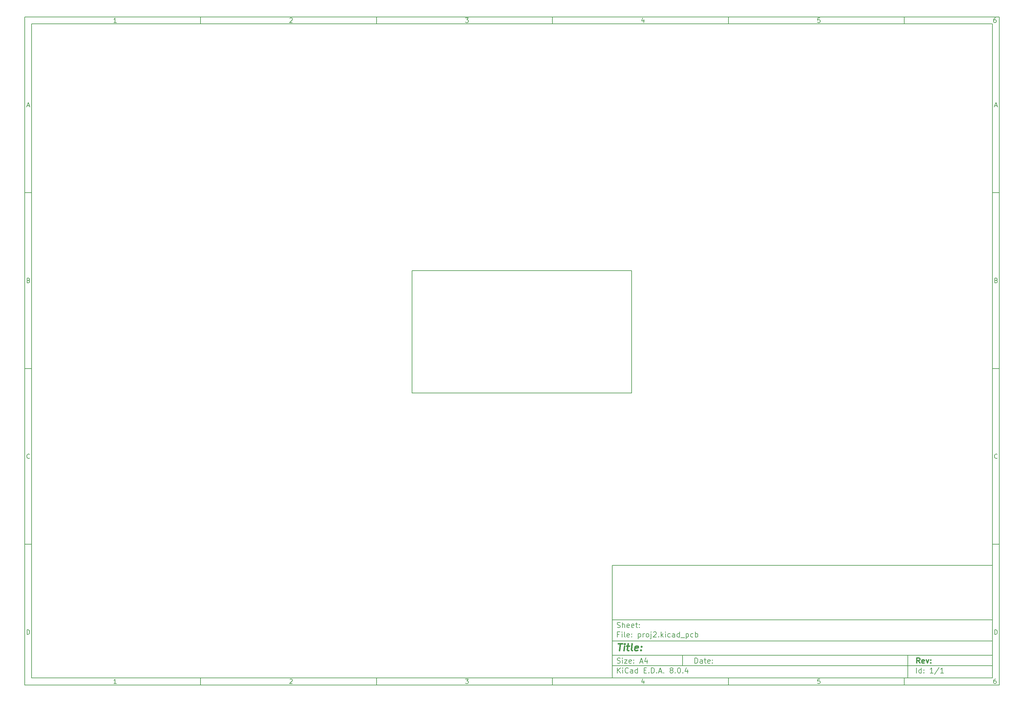
<source format=gbr>
%TF.GenerationSoftware,KiCad,Pcbnew,8.0.4*%
%TF.CreationDate,2024-08-22T11:34:41-04:00*%
%TF.ProjectId,proj2,70726f6a-322e-46b6-9963-61645f706362,rev?*%
%TF.SameCoordinates,Original*%
%TF.FileFunction,Profile,NP*%
%FSLAX46Y46*%
G04 Gerber Fmt 4.6, Leading zero omitted, Abs format (unit mm)*
G04 Created by KiCad (PCBNEW 8.0.4) date 2024-08-22 11:34:41*
%MOMM*%
%LPD*%
G01*
G04 APERTURE LIST*
%ADD10C,0.100000*%
%ADD11C,0.150000*%
%ADD12C,0.300000*%
%ADD13C,0.400000*%
%TA.AperFunction,Profile*%
%ADD14C,0.200000*%
%TD*%
G04 APERTURE END LIST*
D10*
D11*
X177002200Y-166007200D02*
X285002200Y-166007200D01*
X285002200Y-198007200D01*
X177002200Y-198007200D01*
X177002200Y-166007200D01*
D10*
D11*
X10000000Y-10000000D02*
X287002200Y-10000000D01*
X287002200Y-200007200D01*
X10000000Y-200007200D01*
X10000000Y-10000000D01*
D10*
D11*
X12000000Y-12000000D02*
X285002200Y-12000000D01*
X285002200Y-198007200D01*
X12000000Y-198007200D01*
X12000000Y-12000000D01*
D10*
D11*
X60000000Y-12000000D02*
X60000000Y-10000000D01*
D10*
D11*
X110000000Y-12000000D02*
X110000000Y-10000000D01*
D10*
D11*
X160000000Y-12000000D02*
X160000000Y-10000000D01*
D10*
D11*
X210000000Y-12000000D02*
X210000000Y-10000000D01*
D10*
D11*
X260000000Y-12000000D02*
X260000000Y-10000000D01*
D10*
D11*
X36089160Y-11593604D02*
X35346303Y-11593604D01*
X35717731Y-11593604D02*
X35717731Y-10293604D01*
X35717731Y-10293604D02*
X35593922Y-10479319D01*
X35593922Y-10479319D02*
X35470112Y-10603128D01*
X35470112Y-10603128D02*
X35346303Y-10665033D01*
D10*
D11*
X85346303Y-10417414D02*
X85408207Y-10355509D01*
X85408207Y-10355509D02*
X85532017Y-10293604D01*
X85532017Y-10293604D02*
X85841541Y-10293604D01*
X85841541Y-10293604D02*
X85965350Y-10355509D01*
X85965350Y-10355509D02*
X86027255Y-10417414D01*
X86027255Y-10417414D02*
X86089160Y-10541223D01*
X86089160Y-10541223D02*
X86089160Y-10665033D01*
X86089160Y-10665033D02*
X86027255Y-10850747D01*
X86027255Y-10850747D02*
X85284398Y-11593604D01*
X85284398Y-11593604D02*
X86089160Y-11593604D01*
D10*
D11*
X135284398Y-10293604D02*
X136089160Y-10293604D01*
X136089160Y-10293604D02*
X135655826Y-10788842D01*
X135655826Y-10788842D02*
X135841541Y-10788842D01*
X135841541Y-10788842D02*
X135965350Y-10850747D01*
X135965350Y-10850747D02*
X136027255Y-10912652D01*
X136027255Y-10912652D02*
X136089160Y-11036461D01*
X136089160Y-11036461D02*
X136089160Y-11345985D01*
X136089160Y-11345985D02*
X136027255Y-11469795D01*
X136027255Y-11469795D02*
X135965350Y-11531700D01*
X135965350Y-11531700D02*
X135841541Y-11593604D01*
X135841541Y-11593604D02*
X135470112Y-11593604D01*
X135470112Y-11593604D02*
X135346303Y-11531700D01*
X135346303Y-11531700D02*
X135284398Y-11469795D01*
D10*
D11*
X185965350Y-10726938D02*
X185965350Y-11593604D01*
X185655826Y-10231700D02*
X185346303Y-11160271D01*
X185346303Y-11160271D02*
X186151064Y-11160271D01*
D10*
D11*
X236027255Y-10293604D02*
X235408207Y-10293604D01*
X235408207Y-10293604D02*
X235346303Y-10912652D01*
X235346303Y-10912652D02*
X235408207Y-10850747D01*
X235408207Y-10850747D02*
X235532017Y-10788842D01*
X235532017Y-10788842D02*
X235841541Y-10788842D01*
X235841541Y-10788842D02*
X235965350Y-10850747D01*
X235965350Y-10850747D02*
X236027255Y-10912652D01*
X236027255Y-10912652D02*
X236089160Y-11036461D01*
X236089160Y-11036461D02*
X236089160Y-11345985D01*
X236089160Y-11345985D02*
X236027255Y-11469795D01*
X236027255Y-11469795D02*
X235965350Y-11531700D01*
X235965350Y-11531700D02*
X235841541Y-11593604D01*
X235841541Y-11593604D02*
X235532017Y-11593604D01*
X235532017Y-11593604D02*
X235408207Y-11531700D01*
X235408207Y-11531700D02*
X235346303Y-11469795D01*
D10*
D11*
X285965350Y-10293604D02*
X285717731Y-10293604D01*
X285717731Y-10293604D02*
X285593922Y-10355509D01*
X285593922Y-10355509D02*
X285532017Y-10417414D01*
X285532017Y-10417414D02*
X285408207Y-10603128D01*
X285408207Y-10603128D02*
X285346303Y-10850747D01*
X285346303Y-10850747D02*
X285346303Y-11345985D01*
X285346303Y-11345985D02*
X285408207Y-11469795D01*
X285408207Y-11469795D02*
X285470112Y-11531700D01*
X285470112Y-11531700D02*
X285593922Y-11593604D01*
X285593922Y-11593604D02*
X285841541Y-11593604D01*
X285841541Y-11593604D02*
X285965350Y-11531700D01*
X285965350Y-11531700D02*
X286027255Y-11469795D01*
X286027255Y-11469795D02*
X286089160Y-11345985D01*
X286089160Y-11345985D02*
X286089160Y-11036461D01*
X286089160Y-11036461D02*
X286027255Y-10912652D01*
X286027255Y-10912652D02*
X285965350Y-10850747D01*
X285965350Y-10850747D02*
X285841541Y-10788842D01*
X285841541Y-10788842D02*
X285593922Y-10788842D01*
X285593922Y-10788842D02*
X285470112Y-10850747D01*
X285470112Y-10850747D02*
X285408207Y-10912652D01*
X285408207Y-10912652D02*
X285346303Y-11036461D01*
D10*
D11*
X60000000Y-198007200D02*
X60000000Y-200007200D01*
D10*
D11*
X110000000Y-198007200D02*
X110000000Y-200007200D01*
D10*
D11*
X160000000Y-198007200D02*
X160000000Y-200007200D01*
D10*
D11*
X210000000Y-198007200D02*
X210000000Y-200007200D01*
D10*
D11*
X260000000Y-198007200D02*
X260000000Y-200007200D01*
D10*
D11*
X36089160Y-199600804D02*
X35346303Y-199600804D01*
X35717731Y-199600804D02*
X35717731Y-198300804D01*
X35717731Y-198300804D02*
X35593922Y-198486519D01*
X35593922Y-198486519D02*
X35470112Y-198610328D01*
X35470112Y-198610328D02*
X35346303Y-198672233D01*
D10*
D11*
X85346303Y-198424614D02*
X85408207Y-198362709D01*
X85408207Y-198362709D02*
X85532017Y-198300804D01*
X85532017Y-198300804D02*
X85841541Y-198300804D01*
X85841541Y-198300804D02*
X85965350Y-198362709D01*
X85965350Y-198362709D02*
X86027255Y-198424614D01*
X86027255Y-198424614D02*
X86089160Y-198548423D01*
X86089160Y-198548423D02*
X86089160Y-198672233D01*
X86089160Y-198672233D02*
X86027255Y-198857947D01*
X86027255Y-198857947D02*
X85284398Y-199600804D01*
X85284398Y-199600804D02*
X86089160Y-199600804D01*
D10*
D11*
X135284398Y-198300804D02*
X136089160Y-198300804D01*
X136089160Y-198300804D02*
X135655826Y-198796042D01*
X135655826Y-198796042D02*
X135841541Y-198796042D01*
X135841541Y-198796042D02*
X135965350Y-198857947D01*
X135965350Y-198857947D02*
X136027255Y-198919852D01*
X136027255Y-198919852D02*
X136089160Y-199043661D01*
X136089160Y-199043661D02*
X136089160Y-199353185D01*
X136089160Y-199353185D02*
X136027255Y-199476995D01*
X136027255Y-199476995D02*
X135965350Y-199538900D01*
X135965350Y-199538900D02*
X135841541Y-199600804D01*
X135841541Y-199600804D02*
X135470112Y-199600804D01*
X135470112Y-199600804D02*
X135346303Y-199538900D01*
X135346303Y-199538900D02*
X135284398Y-199476995D01*
D10*
D11*
X185965350Y-198734138D02*
X185965350Y-199600804D01*
X185655826Y-198238900D02*
X185346303Y-199167471D01*
X185346303Y-199167471D02*
X186151064Y-199167471D01*
D10*
D11*
X236027255Y-198300804D02*
X235408207Y-198300804D01*
X235408207Y-198300804D02*
X235346303Y-198919852D01*
X235346303Y-198919852D02*
X235408207Y-198857947D01*
X235408207Y-198857947D02*
X235532017Y-198796042D01*
X235532017Y-198796042D02*
X235841541Y-198796042D01*
X235841541Y-198796042D02*
X235965350Y-198857947D01*
X235965350Y-198857947D02*
X236027255Y-198919852D01*
X236027255Y-198919852D02*
X236089160Y-199043661D01*
X236089160Y-199043661D02*
X236089160Y-199353185D01*
X236089160Y-199353185D02*
X236027255Y-199476995D01*
X236027255Y-199476995D02*
X235965350Y-199538900D01*
X235965350Y-199538900D02*
X235841541Y-199600804D01*
X235841541Y-199600804D02*
X235532017Y-199600804D01*
X235532017Y-199600804D02*
X235408207Y-199538900D01*
X235408207Y-199538900D02*
X235346303Y-199476995D01*
D10*
D11*
X285965350Y-198300804D02*
X285717731Y-198300804D01*
X285717731Y-198300804D02*
X285593922Y-198362709D01*
X285593922Y-198362709D02*
X285532017Y-198424614D01*
X285532017Y-198424614D02*
X285408207Y-198610328D01*
X285408207Y-198610328D02*
X285346303Y-198857947D01*
X285346303Y-198857947D02*
X285346303Y-199353185D01*
X285346303Y-199353185D02*
X285408207Y-199476995D01*
X285408207Y-199476995D02*
X285470112Y-199538900D01*
X285470112Y-199538900D02*
X285593922Y-199600804D01*
X285593922Y-199600804D02*
X285841541Y-199600804D01*
X285841541Y-199600804D02*
X285965350Y-199538900D01*
X285965350Y-199538900D02*
X286027255Y-199476995D01*
X286027255Y-199476995D02*
X286089160Y-199353185D01*
X286089160Y-199353185D02*
X286089160Y-199043661D01*
X286089160Y-199043661D02*
X286027255Y-198919852D01*
X286027255Y-198919852D02*
X285965350Y-198857947D01*
X285965350Y-198857947D02*
X285841541Y-198796042D01*
X285841541Y-198796042D02*
X285593922Y-198796042D01*
X285593922Y-198796042D02*
X285470112Y-198857947D01*
X285470112Y-198857947D02*
X285408207Y-198919852D01*
X285408207Y-198919852D02*
X285346303Y-199043661D01*
D10*
D11*
X10000000Y-60000000D02*
X12000000Y-60000000D01*
D10*
D11*
X10000000Y-110000000D02*
X12000000Y-110000000D01*
D10*
D11*
X10000000Y-160000000D02*
X12000000Y-160000000D01*
D10*
D11*
X10690476Y-35222176D02*
X11309523Y-35222176D01*
X10566666Y-35593604D02*
X10999999Y-34293604D01*
X10999999Y-34293604D02*
X11433333Y-35593604D01*
D10*
D11*
X11092857Y-84912652D02*
X11278571Y-84974557D01*
X11278571Y-84974557D02*
X11340476Y-85036461D01*
X11340476Y-85036461D02*
X11402380Y-85160271D01*
X11402380Y-85160271D02*
X11402380Y-85345985D01*
X11402380Y-85345985D02*
X11340476Y-85469795D01*
X11340476Y-85469795D02*
X11278571Y-85531700D01*
X11278571Y-85531700D02*
X11154761Y-85593604D01*
X11154761Y-85593604D02*
X10659523Y-85593604D01*
X10659523Y-85593604D02*
X10659523Y-84293604D01*
X10659523Y-84293604D02*
X11092857Y-84293604D01*
X11092857Y-84293604D02*
X11216666Y-84355509D01*
X11216666Y-84355509D02*
X11278571Y-84417414D01*
X11278571Y-84417414D02*
X11340476Y-84541223D01*
X11340476Y-84541223D02*
X11340476Y-84665033D01*
X11340476Y-84665033D02*
X11278571Y-84788842D01*
X11278571Y-84788842D02*
X11216666Y-84850747D01*
X11216666Y-84850747D02*
X11092857Y-84912652D01*
X11092857Y-84912652D02*
X10659523Y-84912652D01*
D10*
D11*
X11402380Y-135469795D02*
X11340476Y-135531700D01*
X11340476Y-135531700D02*
X11154761Y-135593604D01*
X11154761Y-135593604D02*
X11030952Y-135593604D01*
X11030952Y-135593604D02*
X10845238Y-135531700D01*
X10845238Y-135531700D02*
X10721428Y-135407890D01*
X10721428Y-135407890D02*
X10659523Y-135284080D01*
X10659523Y-135284080D02*
X10597619Y-135036461D01*
X10597619Y-135036461D02*
X10597619Y-134850747D01*
X10597619Y-134850747D02*
X10659523Y-134603128D01*
X10659523Y-134603128D02*
X10721428Y-134479319D01*
X10721428Y-134479319D02*
X10845238Y-134355509D01*
X10845238Y-134355509D02*
X11030952Y-134293604D01*
X11030952Y-134293604D02*
X11154761Y-134293604D01*
X11154761Y-134293604D02*
X11340476Y-134355509D01*
X11340476Y-134355509D02*
X11402380Y-134417414D01*
D10*
D11*
X10659523Y-185593604D02*
X10659523Y-184293604D01*
X10659523Y-184293604D02*
X10969047Y-184293604D01*
X10969047Y-184293604D02*
X11154761Y-184355509D01*
X11154761Y-184355509D02*
X11278571Y-184479319D01*
X11278571Y-184479319D02*
X11340476Y-184603128D01*
X11340476Y-184603128D02*
X11402380Y-184850747D01*
X11402380Y-184850747D02*
X11402380Y-185036461D01*
X11402380Y-185036461D02*
X11340476Y-185284080D01*
X11340476Y-185284080D02*
X11278571Y-185407890D01*
X11278571Y-185407890D02*
X11154761Y-185531700D01*
X11154761Y-185531700D02*
X10969047Y-185593604D01*
X10969047Y-185593604D02*
X10659523Y-185593604D01*
D10*
D11*
X287002200Y-60000000D02*
X285002200Y-60000000D01*
D10*
D11*
X287002200Y-110000000D02*
X285002200Y-110000000D01*
D10*
D11*
X287002200Y-160000000D02*
X285002200Y-160000000D01*
D10*
D11*
X285692676Y-35222176D02*
X286311723Y-35222176D01*
X285568866Y-35593604D02*
X286002199Y-34293604D01*
X286002199Y-34293604D02*
X286435533Y-35593604D01*
D10*
D11*
X286095057Y-84912652D02*
X286280771Y-84974557D01*
X286280771Y-84974557D02*
X286342676Y-85036461D01*
X286342676Y-85036461D02*
X286404580Y-85160271D01*
X286404580Y-85160271D02*
X286404580Y-85345985D01*
X286404580Y-85345985D02*
X286342676Y-85469795D01*
X286342676Y-85469795D02*
X286280771Y-85531700D01*
X286280771Y-85531700D02*
X286156961Y-85593604D01*
X286156961Y-85593604D02*
X285661723Y-85593604D01*
X285661723Y-85593604D02*
X285661723Y-84293604D01*
X285661723Y-84293604D02*
X286095057Y-84293604D01*
X286095057Y-84293604D02*
X286218866Y-84355509D01*
X286218866Y-84355509D02*
X286280771Y-84417414D01*
X286280771Y-84417414D02*
X286342676Y-84541223D01*
X286342676Y-84541223D02*
X286342676Y-84665033D01*
X286342676Y-84665033D02*
X286280771Y-84788842D01*
X286280771Y-84788842D02*
X286218866Y-84850747D01*
X286218866Y-84850747D02*
X286095057Y-84912652D01*
X286095057Y-84912652D02*
X285661723Y-84912652D01*
D10*
D11*
X286404580Y-135469795D02*
X286342676Y-135531700D01*
X286342676Y-135531700D02*
X286156961Y-135593604D01*
X286156961Y-135593604D02*
X286033152Y-135593604D01*
X286033152Y-135593604D02*
X285847438Y-135531700D01*
X285847438Y-135531700D02*
X285723628Y-135407890D01*
X285723628Y-135407890D02*
X285661723Y-135284080D01*
X285661723Y-135284080D02*
X285599819Y-135036461D01*
X285599819Y-135036461D02*
X285599819Y-134850747D01*
X285599819Y-134850747D02*
X285661723Y-134603128D01*
X285661723Y-134603128D02*
X285723628Y-134479319D01*
X285723628Y-134479319D02*
X285847438Y-134355509D01*
X285847438Y-134355509D02*
X286033152Y-134293604D01*
X286033152Y-134293604D02*
X286156961Y-134293604D01*
X286156961Y-134293604D02*
X286342676Y-134355509D01*
X286342676Y-134355509D02*
X286404580Y-134417414D01*
D10*
D11*
X285661723Y-185593604D02*
X285661723Y-184293604D01*
X285661723Y-184293604D02*
X285971247Y-184293604D01*
X285971247Y-184293604D02*
X286156961Y-184355509D01*
X286156961Y-184355509D02*
X286280771Y-184479319D01*
X286280771Y-184479319D02*
X286342676Y-184603128D01*
X286342676Y-184603128D02*
X286404580Y-184850747D01*
X286404580Y-184850747D02*
X286404580Y-185036461D01*
X286404580Y-185036461D02*
X286342676Y-185284080D01*
X286342676Y-185284080D02*
X286280771Y-185407890D01*
X286280771Y-185407890D02*
X286156961Y-185531700D01*
X286156961Y-185531700D02*
X285971247Y-185593604D01*
X285971247Y-185593604D02*
X285661723Y-185593604D01*
D10*
D11*
X200458026Y-193793328D02*
X200458026Y-192293328D01*
X200458026Y-192293328D02*
X200815169Y-192293328D01*
X200815169Y-192293328D02*
X201029455Y-192364757D01*
X201029455Y-192364757D02*
X201172312Y-192507614D01*
X201172312Y-192507614D02*
X201243741Y-192650471D01*
X201243741Y-192650471D02*
X201315169Y-192936185D01*
X201315169Y-192936185D02*
X201315169Y-193150471D01*
X201315169Y-193150471D02*
X201243741Y-193436185D01*
X201243741Y-193436185D02*
X201172312Y-193579042D01*
X201172312Y-193579042D02*
X201029455Y-193721900D01*
X201029455Y-193721900D02*
X200815169Y-193793328D01*
X200815169Y-193793328D02*
X200458026Y-193793328D01*
X202600884Y-193793328D02*
X202600884Y-193007614D01*
X202600884Y-193007614D02*
X202529455Y-192864757D01*
X202529455Y-192864757D02*
X202386598Y-192793328D01*
X202386598Y-192793328D02*
X202100884Y-192793328D01*
X202100884Y-192793328D02*
X201958026Y-192864757D01*
X202600884Y-193721900D02*
X202458026Y-193793328D01*
X202458026Y-193793328D02*
X202100884Y-193793328D01*
X202100884Y-193793328D02*
X201958026Y-193721900D01*
X201958026Y-193721900D02*
X201886598Y-193579042D01*
X201886598Y-193579042D02*
X201886598Y-193436185D01*
X201886598Y-193436185D02*
X201958026Y-193293328D01*
X201958026Y-193293328D02*
X202100884Y-193221900D01*
X202100884Y-193221900D02*
X202458026Y-193221900D01*
X202458026Y-193221900D02*
X202600884Y-193150471D01*
X203100884Y-192793328D02*
X203672312Y-192793328D01*
X203315169Y-192293328D02*
X203315169Y-193579042D01*
X203315169Y-193579042D02*
X203386598Y-193721900D01*
X203386598Y-193721900D02*
X203529455Y-193793328D01*
X203529455Y-193793328D02*
X203672312Y-193793328D01*
X204743741Y-193721900D02*
X204600884Y-193793328D01*
X204600884Y-193793328D02*
X204315170Y-193793328D01*
X204315170Y-193793328D02*
X204172312Y-193721900D01*
X204172312Y-193721900D02*
X204100884Y-193579042D01*
X204100884Y-193579042D02*
X204100884Y-193007614D01*
X204100884Y-193007614D02*
X204172312Y-192864757D01*
X204172312Y-192864757D02*
X204315170Y-192793328D01*
X204315170Y-192793328D02*
X204600884Y-192793328D01*
X204600884Y-192793328D02*
X204743741Y-192864757D01*
X204743741Y-192864757D02*
X204815170Y-193007614D01*
X204815170Y-193007614D02*
X204815170Y-193150471D01*
X204815170Y-193150471D02*
X204100884Y-193293328D01*
X205458026Y-193650471D02*
X205529455Y-193721900D01*
X205529455Y-193721900D02*
X205458026Y-193793328D01*
X205458026Y-193793328D02*
X205386598Y-193721900D01*
X205386598Y-193721900D02*
X205458026Y-193650471D01*
X205458026Y-193650471D02*
X205458026Y-193793328D01*
X205458026Y-192864757D02*
X205529455Y-192936185D01*
X205529455Y-192936185D02*
X205458026Y-193007614D01*
X205458026Y-193007614D02*
X205386598Y-192936185D01*
X205386598Y-192936185D02*
X205458026Y-192864757D01*
X205458026Y-192864757D02*
X205458026Y-193007614D01*
D10*
D11*
X177002200Y-194507200D02*
X285002200Y-194507200D01*
D10*
D11*
X178458026Y-196593328D02*
X178458026Y-195093328D01*
X179315169Y-196593328D02*
X178672312Y-195736185D01*
X179315169Y-195093328D02*
X178458026Y-195950471D01*
X179958026Y-196593328D02*
X179958026Y-195593328D01*
X179958026Y-195093328D02*
X179886598Y-195164757D01*
X179886598Y-195164757D02*
X179958026Y-195236185D01*
X179958026Y-195236185D02*
X180029455Y-195164757D01*
X180029455Y-195164757D02*
X179958026Y-195093328D01*
X179958026Y-195093328D02*
X179958026Y-195236185D01*
X181529455Y-196450471D02*
X181458027Y-196521900D01*
X181458027Y-196521900D02*
X181243741Y-196593328D01*
X181243741Y-196593328D02*
X181100884Y-196593328D01*
X181100884Y-196593328D02*
X180886598Y-196521900D01*
X180886598Y-196521900D02*
X180743741Y-196379042D01*
X180743741Y-196379042D02*
X180672312Y-196236185D01*
X180672312Y-196236185D02*
X180600884Y-195950471D01*
X180600884Y-195950471D02*
X180600884Y-195736185D01*
X180600884Y-195736185D02*
X180672312Y-195450471D01*
X180672312Y-195450471D02*
X180743741Y-195307614D01*
X180743741Y-195307614D02*
X180886598Y-195164757D01*
X180886598Y-195164757D02*
X181100884Y-195093328D01*
X181100884Y-195093328D02*
X181243741Y-195093328D01*
X181243741Y-195093328D02*
X181458027Y-195164757D01*
X181458027Y-195164757D02*
X181529455Y-195236185D01*
X182815170Y-196593328D02*
X182815170Y-195807614D01*
X182815170Y-195807614D02*
X182743741Y-195664757D01*
X182743741Y-195664757D02*
X182600884Y-195593328D01*
X182600884Y-195593328D02*
X182315170Y-195593328D01*
X182315170Y-195593328D02*
X182172312Y-195664757D01*
X182815170Y-196521900D02*
X182672312Y-196593328D01*
X182672312Y-196593328D02*
X182315170Y-196593328D01*
X182315170Y-196593328D02*
X182172312Y-196521900D01*
X182172312Y-196521900D02*
X182100884Y-196379042D01*
X182100884Y-196379042D02*
X182100884Y-196236185D01*
X182100884Y-196236185D02*
X182172312Y-196093328D01*
X182172312Y-196093328D02*
X182315170Y-196021900D01*
X182315170Y-196021900D02*
X182672312Y-196021900D01*
X182672312Y-196021900D02*
X182815170Y-195950471D01*
X184172313Y-196593328D02*
X184172313Y-195093328D01*
X184172313Y-196521900D02*
X184029455Y-196593328D01*
X184029455Y-196593328D02*
X183743741Y-196593328D01*
X183743741Y-196593328D02*
X183600884Y-196521900D01*
X183600884Y-196521900D02*
X183529455Y-196450471D01*
X183529455Y-196450471D02*
X183458027Y-196307614D01*
X183458027Y-196307614D02*
X183458027Y-195879042D01*
X183458027Y-195879042D02*
X183529455Y-195736185D01*
X183529455Y-195736185D02*
X183600884Y-195664757D01*
X183600884Y-195664757D02*
X183743741Y-195593328D01*
X183743741Y-195593328D02*
X184029455Y-195593328D01*
X184029455Y-195593328D02*
X184172313Y-195664757D01*
X186029455Y-195807614D02*
X186529455Y-195807614D01*
X186743741Y-196593328D02*
X186029455Y-196593328D01*
X186029455Y-196593328D02*
X186029455Y-195093328D01*
X186029455Y-195093328D02*
X186743741Y-195093328D01*
X187386598Y-196450471D02*
X187458027Y-196521900D01*
X187458027Y-196521900D02*
X187386598Y-196593328D01*
X187386598Y-196593328D02*
X187315170Y-196521900D01*
X187315170Y-196521900D02*
X187386598Y-196450471D01*
X187386598Y-196450471D02*
X187386598Y-196593328D01*
X188100884Y-196593328D02*
X188100884Y-195093328D01*
X188100884Y-195093328D02*
X188458027Y-195093328D01*
X188458027Y-195093328D02*
X188672313Y-195164757D01*
X188672313Y-195164757D02*
X188815170Y-195307614D01*
X188815170Y-195307614D02*
X188886599Y-195450471D01*
X188886599Y-195450471D02*
X188958027Y-195736185D01*
X188958027Y-195736185D02*
X188958027Y-195950471D01*
X188958027Y-195950471D02*
X188886599Y-196236185D01*
X188886599Y-196236185D02*
X188815170Y-196379042D01*
X188815170Y-196379042D02*
X188672313Y-196521900D01*
X188672313Y-196521900D02*
X188458027Y-196593328D01*
X188458027Y-196593328D02*
X188100884Y-196593328D01*
X189600884Y-196450471D02*
X189672313Y-196521900D01*
X189672313Y-196521900D02*
X189600884Y-196593328D01*
X189600884Y-196593328D02*
X189529456Y-196521900D01*
X189529456Y-196521900D02*
X189600884Y-196450471D01*
X189600884Y-196450471D02*
X189600884Y-196593328D01*
X190243742Y-196164757D02*
X190958028Y-196164757D01*
X190100885Y-196593328D02*
X190600885Y-195093328D01*
X190600885Y-195093328D02*
X191100885Y-196593328D01*
X191600884Y-196450471D02*
X191672313Y-196521900D01*
X191672313Y-196521900D02*
X191600884Y-196593328D01*
X191600884Y-196593328D02*
X191529456Y-196521900D01*
X191529456Y-196521900D02*
X191600884Y-196450471D01*
X191600884Y-196450471D02*
X191600884Y-196593328D01*
X193672313Y-195736185D02*
X193529456Y-195664757D01*
X193529456Y-195664757D02*
X193458027Y-195593328D01*
X193458027Y-195593328D02*
X193386599Y-195450471D01*
X193386599Y-195450471D02*
X193386599Y-195379042D01*
X193386599Y-195379042D02*
X193458027Y-195236185D01*
X193458027Y-195236185D02*
X193529456Y-195164757D01*
X193529456Y-195164757D02*
X193672313Y-195093328D01*
X193672313Y-195093328D02*
X193958027Y-195093328D01*
X193958027Y-195093328D02*
X194100885Y-195164757D01*
X194100885Y-195164757D02*
X194172313Y-195236185D01*
X194172313Y-195236185D02*
X194243742Y-195379042D01*
X194243742Y-195379042D02*
X194243742Y-195450471D01*
X194243742Y-195450471D02*
X194172313Y-195593328D01*
X194172313Y-195593328D02*
X194100885Y-195664757D01*
X194100885Y-195664757D02*
X193958027Y-195736185D01*
X193958027Y-195736185D02*
X193672313Y-195736185D01*
X193672313Y-195736185D02*
X193529456Y-195807614D01*
X193529456Y-195807614D02*
X193458027Y-195879042D01*
X193458027Y-195879042D02*
X193386599Y-196021900D01*
X193386599Y-196021900D02*
X193386599Y-196307614D01*
X193386599Y-196307614D02*
X193458027Y-196450471D01*
X193458027Y-196450471D02*
X193529456Y-196521900D01*
X193529456Y-196521900D02*
X193672313Y-196593328D01*
X193672313Y-196593328D02*
X193958027Y-196593328D01*
X193958027Y-196593328D02*
X194100885Y-196521900D01*
X194100885Y-196521900D02*
X194172313Y-196450471D01*
X194172313Y-196450471D02*
X194243742Y-196307614D01*
X194243742Y-196307614D02*
X194243742Y-196021900D01*
X194243742Y-196021900D02*
X194172313Y-195879042D01*
X194172313Y-195879042D02*
X194100885Y-195807614D01*
X194100885Y-195807614D02*
X193958027Y-195736185D01*
X194886598Y-196450471D02*
X194958027Y-196521900D01*
X194958027Y-196521900D02*
X194886598Y-196593328D01*
X194886598Y-196593328D02*
X194815170Y-196521900D01*
X194815170Y-196521900D02*
X194886598Y-196450471D01*
X194886598Y-196450471D02*
X194886598Y-196593328D01*
X195886599Y-195093328D02*
X196029456Y-195093328D01*
X196029456Y-195093328D02*
X196172313Y-195164757D01*
X196172313Y-195164757D02*
X196243742Y-195236185D01*
X196243742Y-195236185D02*
X196315170Y-195379042D01*
X196315170Y-195379042D02*
X196386599Y-195664757D01*
X196386599Y-195664757D02*
X196386599Y-196021900D01*
X196386599Y-196021900D02*
X196315170Y-196307614D01*
X196315170Y-196307614D02*
X196243742Y-196450471D01*
X196243742Y-196450471D02*
X196172313Y-196521900D01*
X196172313Y-196521900D02*
X196029456Y-196593328D01*
X196029456Y-196593328D02*
X195886599Y-196593328D01*
X195886599Y-196593328D02*
X195743742Y-196521900D01*
X195743742Y-196521900D02*
X195672313Y-196450471D01*
X195672313Y-196450471D02*
X195600884Y-196307614D01*
X195600884Y-196307614D02*
X195529456Y-196021900D01*
X195529456Y-196021900D02*
X195529456Y-195664757D01*
X195529456Y-195664757D02*
X195600884Y-195379042D01*
X195600884Y-195379042D02*
X195672313Y-195236185D01*
X195672313Y-195236185D02*
X195743742Y-195164757D01*
X195743742Y-195164757D02*
X195886599Y-195093328D01*
X197029455Y-196450471D02*
X197100884Y-196521900D01*
X197100884Y-196521900D02*
X197029455Y-196593328D01*
X197029455Y-196593328D02*
X196958027Y-196521900D01*
X196958027Y-196521900D02*
X197029455Y-196450471D01*
X197029455Y-196450471D02*
X197029455Y-196593328D01*
X198386599Y-195593328D02*
X198386599Y-196593328D01*
X198029456Y-195021900D02*
X197672313Y-196093328D01*
X197672313Y-196093328D02*
X198600884Y-196093328D01*
D10*
D11*
X177002200Y-191507200D02*
X285002200Y-191507200D01*
D10*
D12*
X264413853Y-193785528D02*
X263913853Y-193071242D01*
X263556710Y-193785528D02*
X263556710Y-192285528D01*
X263556710Y-192285528D02*
X264128139Y-192285528D01*
X264128139Y-192285528D02*
X264270996Y-192356957D01*
X264270996Y-192356957D02*
X264342425Y-192428385D01*
X264342425Y-192428385D02*
X264413853Y-192571242D01*
X264413853Y-192571242D02*
X264413853Y-192785528D01*
X264413853Y-192785528D02*
X264342425Y-192928385D01*
X264342425Y-192928385D02*
X264270996Y-192999814D01*
X264270996Y-192999814D02*
X264128139Y-193071242D01*
X264128139Y-193071242D02*
X263556710Y-193071242D01*
X265628139Y-193714100D02*
X265485282Y-193785528D01*
X265485282Y-193785528D02*
X265199568Y-193785528D01*
X265199568Y-193785528D02*
X265056710Y-193714100D01*
X265056710Y-193714100D02*
X264985282Y-193571242D01*
X264985282Y-193571242D02*
X264985282Y-192999814D01*
X264985282Y-192999814D02*
X265056710Y-192856957D01*
X265056710Y-192856957D02*
X265199568Y-192785528D01*
X265199568Y-192785528D02*
X265485282Y-192785528D01*
X265485282Y-192785528D02*
X265628139Y-192856957D01*
X265628139Y-192856957D02*
X265699568Y-192999814D01*
X265699568Y-192999814D02*
X265699568Y-193142671D01*
X265699568Y-193142671D02*
X264985282Y-193285528D01*
X266199567Y-192785528D02*
X266556710Y-193785528D01*
X266556710Y-193785528D02*
X266913853Y-192785528D01*
X267485281Y-193642671D02*
X267556710Y-193714100D01*
X267556710Y-193714100D02*
X267485281Y-193785528D01*
X267485281Y-193785528D02*
X267413853Y-193714100D01*
X267413853Y-193714100D02*
X267485281Y-193642671D01*
X267485281Y-193642671D02*
X267485281Y-193785528D01*
X267485281Y-192856957D02*
X267556710Y-192928385D01*
X267556710Y-192928385D02*
X267485281Y-192999814D01*
X267485281Y-192999814D02*
X267413853Y-192928385D01*
X267413853Y-192928385D02*
X267485281Y-192856957D01*
X267485281Y-192856957D02*
X267485281Y-192999814D01*
D10*
D11*
X178386598Y-193721900D02*
X178600884Y-193793328D01*
X178600884Y-193793328D02*
X178958026Y-193793328D01*
X178958026Y-193793328D02*
X179100884Y-193721900D01*
X179100884Y-193721900D02*
X179172312Y-193650471D01*
X179172312Y-193650471D02*
X179243741Y-193507614D01*
X179243741Y-193507614D02*
X179243741Y-193364757D01*
X179243741Y-193364757D02*
X179172312Y-193221900D01*
X179172312Y-193221900D02*
X179100884Y-193150471D01*
X179100884Y-193150471D02*
X178958026Y-193079042D01*
X178958026Y-193079042D02*
X178672312Y-193007614D01*
X178672312Y-193007614D02*
X178529455Y-192936185D01*
X178529455Y-192936185D02*
X178458026Y-192864757D01*
X178458026Y-192864757D02*
X178386598Y-192721900D01*
X178386598Y-192721900D02*
X178386598Y-192579042D01*
X178386598Y-192579042D02*
X178458026Y-192436185D01*
X178458026Y-192436185D02*
X178529455Y-192364757D01*
X178529455Y-192364757D02*
X178672312Y-192293328D01*
X178672312Y-192293328D02*
X179029455Y-192293328D01*
X179029455Y-192293328D02*
X179243741Y-192364757D01*
X179886597Y-193793328D02*
X179886597Y-192793328D01*
X179886597Y-192293328D02*
X179815169Y-192364757D01*
X179815169Y-192364757D02*
X179886597Y-192436185D01*
X179886597Y-192436185D02*
X179958026Y-192364757D01*
X179958026Y-192364757D02*
X179886597Y-192293328D01*
X179886597Y-192293328D02*
X179886597Y-192436185D01*
X180458026Y-192793328D02*
X181243741Y-192793328D01*
X181243741Y-192793328D02*
X180458026Y-193793328D01*
X180458026Y-193793328D02*
X181243741Y-193793328D01*
X182386598Y-193721900D02*
X182243741Y-193793328D01*
X182243741Y-193793328D02*
X181958027Y-193793328D01*
X181958027Y-193793328D02*
X181815169Y-193721900D01*
X181815169Y-193721900D02*
X181743741Y-193579042D01*
X181743741Y-193579042D02*
X181743741Y-193007614D01*
X181743741Y-193007614D02*
X181815169Y-192864757D01*
X181815169Y-192864757D02*
X181958027Y-192793328D01*
X181958027Y-192793328D02*
X182243741Y-192793328D01*
X182243741Y-192793328D02*
X182386598Y-192864757D01*
X182386598Y-192864757D02*
X182458027Y-193007614D01*
X182458027Y-193007614D02*
X182458027Y-193150471D01*
X182458027Y-193150471D02*
X181743741Y-193293328D01*
X183100883Y-193650471D02*
X183172312Y-193721900D01*
X183172312Y-193721900D02*
X183100883Y-193793328D01*
X183100883Y-193793328D02*
X183029455Y-193721900D01*
X183029455Y-193721900D02*
X183100883Y-193650471D01*
X183100883Y-193650471D02*
X183100883Y-193793328D01*
X183100883Y-192864757D02*
X183172312Y-192936185D01*
X183172312Y-192936185D02*
X183100883Y-193007614D01*
X183100883Y-193007614D02*
X183029455Y-192936185D01*
X183029455Y-192936185D02*
X183100883Y-192864757D01*
X183100883Y-192864757D02*
X183100883Y-193007614D01*
X184886598Y-193364757D02*
X185600884Y-193364757D01*
X184743741Y-193793328D02*
X185243741Y-192293328D01*
X185243741Y-192293328D02*
X185743741Y-193793328D01*
X186886598Y-192793328D02*
X186886598Y-193793328D01*
X186529455Y-192221900D02*
X186172312Y-193293328D01*
X186172312Y-193293328D02*
X187100883Y-193293328D01*
D10*
D11*
X263458026Y-196593328D02*
X263458026Y-195093328D01*
X264815170Y-196593328D02*
X264815170Y-195093328D01*
X264815170Y-196521900D02*
X264672312Y-196593328D01*
X264672312Y-196593328D02*
X264386598Y-196593328D01*
X264386598Y-196593328D02*
X264243741Y-196521900D01*
X264243741Y-196521900D02*
X264172312Y-196450471D01*
X264172312Y-196450471D02*
X264100884Y-196307614D01*
X264100884Y-196307614D02*
X264100884Y-195879042D01*
X264100884Y-195879042D02*
X264172312Y-195736185D01*
X264172312Y-195736185D02*
X264243741Y-195664757D01*
X264243741Y-195664757D02*
X264386598Y-195593328D01*
X264386598Y-195593328D02*
X264672312Y-195593328D01*
X264672312Y-195593328D02*
X264815170Y-195664757D01*
X265529455Y-196450471D02*
X265600884Y-196521900D01*
X265600884Y-196521900D02*
X265529455Y-196593328D01*
X265529455Y-196593328D02*
X265458027Y-196521900D01*
X265458027Y-196521900D02*
X265529455Y-196450471D01*
X265529455Y-196450471D02*
X265529455Y-196593328D01*
X265529455Y-195664757D02*
X265600884Y-195736185D01*
X265600884Y-195736185D02*
X265529455Y-195807614D01*
X265529455Y-195807614D02*
X265458027Y-195736185D01*
X265458027Y-195736185D02*
X265529455Y-195664757D01*
X265529455Y-195664757D02*
X265529455Y-195807614D01*
X268172313Y-196593328D02*
X267315170Y-196593328D01*
X267743741Y-196593328D02*
X267743741Y-195093328D01*
X267743741Y-195093328D02*
X267600884Y-195307614D01*
X267600884Y-195307614D02*
X267458027Y-195450471D01*
X267458027Y-195450471D02*
X267315170Y-195521900D01*
X269886598Y-195021900D02*
X268600884Y-196950471D01*
X271172313Y-196593328D02*
X270315170Y-196593328D01*
X270743741Y-196593328D02*
X270743741Y-195093328D01*
X270743741Y-195093328D02*
X270600884Y-195307614D01*
X270600884Y-195307614D02*
X270458027Y-195450471D01*
X270458027Y-195450471D02*
X270315170Y-195521900D01*
D10*
D11*
X177002200Y-187507200D02*
X285002200Y-187507200D01*
D10*
D13*
X178693928Y-188211638D02*
X179836785Y-188211638D01*
X179015357Y-190211638D02*
X179265357Y-188211638D01*
X180253452Y-190211638D02*
X180420119Y-188878304D01*
X180503452Y-188211638D02*
X180396309Y-188306876D01*
X180396309Y-188306876D02*
X180479643Y-188402114D01*
X180479643Y-188402114D02*
X180586786Y-188306876D01*
X180586786Y-188306876D02*
X180503452Y-188211638D01*
X180503452Y-188211638D02*
X180479643Y-188402114D01*
X181086786Y-188878304D02*
X181848690Y-188878304D01*
X181455833Y-188211638D02*
X181241548Y-189925923D01*
X181241548Y-189925923D02*
X181312976Y-190116400D01*
X181312976Y-190116400D02*
X181491548Y-190211638D01*
X181491548Y-190211638D02*
X181682024Y-190211638D01*
X182634405Y-190211638D02*
X182455833Y-190116400D01*
X182455833Y-190116400D02*
X182384405Y-189925923D01*
X182384405Y-189925923D02*
X182598690Y-188211638D01*
X184170119Y-190116400D02*
X183967738Y-190211638D01*
X183967738Y-190211638D02*
X183586785Y-190211638D01*
X183586785Y-190211638D02*
X183408214Y-190116400D01*
X183408214Y-190116400D02*
X183336785Y-189925923D01*
X183336785Y-189925923D02*
X183432024Y-189164019D01*
X183432024Y-189164019D02*
X183551071Y-188973542D01*
X183551071Y-188973542D02*
X183753452Y-188878304D01*
X183753452Y-188878304D02*
X184134404Y-188878304D01*
X184134404Y-188878304D02*
X184312976Y-188973542D01*
X184312976Y-188973542D02*
X184384404Y-189164019D01*
X184384404Y-189164019D02*
X184360595Y-189354495D01*
X184360595Y-189354495D02*
X183384404Y-189544971D01*
X185134405Y-190021161D02*
X185217738Y-190116400D01*
X185217738Y-190116400D02*
X185110595Y-190211638D01*
X185110595Y-190211638D02*
X185027262Y-190116400D01*
X185027262Y-190116400D02*
X185134405Y-190021161D01*
X185134405Y-190021161D02*
X185110595Y-190211638D01*
X185265357Y-188973542D02*
X185348690Y-189068780D01*
X185348690Y-189068780D02*
X185241548Y-189164019D01*
X185241548Y-189164019D02*
X185158214Y-189068780D01*
X185158214Y-189068780D02*
X185265357Y-188973542D01*
X185265357Y-188973542D02*
X185241548Y-189164019D01*
D10*
D11*
X178958026Y-185607614D02*
X178458026Y-185607614D01*
X178458026Y-186393328D02*
X178458026Y-184893328D01*
X178458026Y-184893328D02*
X179172312Y-184893328D01*
X179743740Y-186393328D02*
X179743740Y-185393328D01*
X179743740Y-184893328D02*
X179672312Y-184964757D01*
X179672312Y-184964757D02*
X179743740Y-185036185D01*
X179743740Y-185036185D02*
X179815169Y-184964757D01*
X179815169Y-184964757D02*
X179743740Y-184893328D01*
X179743740Y-184893328D02*
X179743740Y-185036185D01*
X180672312Y-186393328D02*
X180529455Y-186321900D01*
X180529455Y-186321900D02*
X180458026Y-186179042D01*
X180458026Y-186179042D02*
X180458026Y-184893328D01*
X181815169Y-186321900D02*
X181672312Y-186393328D01*
X181672312Y-186393328D02*
X181386598Y-186393328D01*
X181386598Y-186393328D02*
X181243740Y-186321900D01*
X181243740Y-186321900D02*
X181172312Y-186179042D01*
X181172312Y-186179042D02*
X181172312Y-185607614D01*
X181172312Y-185607614D02*
X181243740Y-185464757D01*
X181243740Y-185464757D02*
X181386598Y-185393328D01*
X181386598Y-185393328D02*
X181672312Y-185393328D01*
X181672312Y-185393328D02*
X181815169Y-185464757D01*
X181815169Y-185464757D02*
X181886598Y-185607614D01*
X181886598Y-185607614D02*
X181886598Y-185750471D01*
X181886598Y-185750471D02*
X181172312Y-185893328D01*
X182529454Y-186250471D02*
X182600883Y-186321900D01*
X182600883Y-186321900D02*
X182529454Y-186393328D01*
X182529454Y-186393328D02*
X182458026Y-186321900D01*
X182458026Y-186321900D02*
X182529454Y-186250471D01*
X182529454Y-186250471D02*
X182529454Y-186393328D01*
X182529454Y-185464757D02*
X182600883Y-185536185D01*
X182600883Y-185536185D02*
X182529454Y-185607614D01*
X182529454Y-185607614D02*
X182458026Y-185536185D01*
X182458026Y-185536185D02*
X182529454Y-185464757D01*
X182529454Y-185464757D02*
X182529454Y-185607614D01*
X184386597Y-185393328D02*
X184386597Y-186893328D01*
X184386597Y-185464757D02*
X184529455Y-185393328D01*
X184529455Y-185393328D02*
X184815169Y-185393328D01*
X184815169Y-185393328D02*
X184958026Y-185464757D01*
X184958026Y-185464757D02*
X185029455Y-185536185D01*
X185029455Y-185536185D02*
X185100883Y-185679042D01*
X185100883Y-185679042D02*
X185100883Y-186107614D01*
X185100883Y-186107614D02*
X185029455Y-186250471D01*
X185029455Y-186250471D02*
X184958026Y-186321900D01*
X184958026Y-186321900D02*
X184815169Y-186393328D01*
X184815169Y-186393328D02*
X184529455Y-186393328D01*
X184529455Y-186393328D02*
X184386597Y-186321900D01*
X185743740Y-186393328D02*
X185743740Y-185393328D01*
X185743740Y-185679042D02*
X185815169Y-185536185D01*
X185815169Y-185536185D02*
X185886598Y-185464757D01*
X185886598Y-185464757D02*
X186029455Y-185393328D01*
X186029455Y-185393328D02*
X186172312Y-185393328D01*
X186886597Y-186393328D02*
X186743740Y-186321900D01*
X186743740Y-186321900D02*
X186672311Y-186250471D01*
X186672311Y-186250471D02*
X186600883Y-186107614D01*
X186600883Y-186107614D02*
X186600883Y-185679042D01*
X186600883Y-185679042D02*
X186672311Y-185536185D01*
X186672311Y-185536185D02*
X186743740Y-185464757D01*
X186743740Y-185464757D02*
X186886597Y-185393328D01*
X186886597Y-185393328D02*
X187100883Y-185393328D01*
X187100883Y-185393328D02*
X187243740Y-185464757D01*
X187243740Y-185464757D02*
X187315169Y-185536185D01*
X187315169Y-185536185D02*
X187386597Y-185679042D01*
X187386597Y-185679042D02*
X187386597Y-186107614D01*
X187386597Y-186107614D02*
X187315169Y-186250471D01*
X187315169Y-186250471D02*
X187243740Y-186321900D01*
X187243740Y-186321900D02*
X187100883Y-186393328D01*
X187100883Y-186393328D02*
X186886597Y-186393328D01*
X188029454Y-185393328D02*
X188029454Y-186679042D01*
X188029454Y-186679042D02*
X187958026Y-186821900D01*
X187958026Y-186821900D02*
X187815169Y-186893328D01*
X187815169Y-186893328D02*
X187743740Y-186893328D01*
X188029454Y-184893328D02*
X187958026Y-184964757D01*
X187958026Y-184964757D02*
X188029454Y-185036185D01*
X188029454Y-185036185D02*
X188100883Y-184964757D01*
X188100883Y-184964757D02*
X188029454Y-184893328D01*
X188029454Y-184893328D02*
X188029454Y-185036185D01*
X188672312Y-185036185D02*
X188743740Y-184964757D01*
X188743740Y-184964757D02*
X188886598Y-184893328D01*
X188886598Y-184893328D02*
X189243740Y-184893328D01*
X189243740Y-184893328D02*
X189386598Y-184964757D01*
X189386598Y-184964757D02*
X189458026Y-185036185D01*
X189458026Y-185036185D02*
X189529455Y-185179042D01*
X189529455Y-185179042D02*
X189529455Y-185321900D01*
X189529455Y-185321900D02*
X189458026Y-185536185D01*
X189458026Y-185536185D02*
X188600883Y-186393328D01*
X188600883Y-186393328D02*
X189529455Y-186393328D01*
X190172311Y-186250471D02*
X190243740Y-186321900D01*
X190243740Y-186321900D02*
X190172311Y-186393328D01*
X190172311Y-186393328D02*
X190100883Y-186321900D01*
X190100883Y-186321900D02*
X190172311Y-186250471D01*
X190172311Y-186250471D02*
X190172311Y-186393328D01*
X190886597Y-186393328D02*
X190886597Y-184893328D01*
X191029455Y-185821900D02*
X191458026Y-186393328D01*
X191458026Y-185393328D02*
X190886597Y-185964757D01*
X192100883Y-186393328D02*
X192100883Y-185393328D01*
X192100883Y-184893328D02*
X192029455Y-184964757D01*
X192029455Y-184964757D02*
X192100883Y-185036185D01*
X192100883Y-185036185D02*
X192172312Y-184964757D01*
X192172312Y-184964757D02*
X192100883Y-184893328D01*
X192100883Y-184893328D02*
X192100883Y-185036185D01*
X193458027Y-186321900D02*
X193315169Y-186393328D01*
X193315169Y-186393328D02*
X193029455Y-186393328D01*
X193029455Y-186393328D02*
X192886598Y-186321900D01*
X192886598Y-186321900D02*
X192815169Y-186250471D01*
X192815169Y-186250471D02*
X192743741Y-186107614D01*
X192743741Y-186107614D02*
X192743741Y-185679042D01*
X192743741Y-185679042D02*
X192815169Y-185536185D01*
X192815169Y-185536185D02*
X192886598Y-185464757D01*
X192886598Y-185464757D02*
X193029455Y-185393328D01*
X193029455Y-185393328D02*
X193315169Y-185393328D01*
X193315169Y-185393328D02*
X193458027Y-185464757D01*
X194743741Y-186393328D02*
X194743741Y-185607614D01*
X194743741Y-185607614D02*
X194672312Y-185464757D01*
X194672312Y-185464757D02*
X194529455Y-185393328D01*
X194529455Y-185393328D02*
X194243741Y-185393328D01*
X194243741Y-185393328D02*
X194100883Y-185464757D01*
X194743741Y-186321900D02*
X194600883Y-186393328D01*
X194600883Y-186393328D02*
X194243741Y-186393328D01*
X194243741Y-186393328D02*
X194100883Y-186321900D01*
X194100883Y-186321900D02*
X194029455Y-186179042D01*
X194029455Y-186179042D02*
X194029455Y-186036185D01*
X194029455Y-186036185D02*
X194100883Y-185893328D01*
X194100883Y-185893328D02*
X194243741Y-185821900D01*
X194243741Y-185821900D02*
X194600883Y-185821900D01*
X194600883Y-185821900D02*
X194743741Y-185750471D01*
X196100884Y-186393328D02*
X196100884Y-184893328D01*
X196100884Y-186321900D02*
X195958026Y-186393328D01*
X195958026Y-186393328D02*
X195672312Y-186393328D01*
X195672312Y-186393328D02*
X195529455Y-186321900D01*
X195529455Y-186321900D02*
X195458026Y-186250471D01*
X195458026Y-186250471D02*
X195386598Y-186107614D01*
X195386598Y-186107614D02*
X195386598Y-185679042D01*
X195386598Y-185679042D02*
X195458026Y-185536185D01*
X195458026Y-185536185D02*
X195529455Y-185464757D01*
X195529455Y-185464757D02*
X195672312Y-185393328D01*
X195672312Y-185393328D02*
X195958026Y-185393328D01*
X195958026Y-185393328D02*
X196100884Y-185464757D01*
X196458027Y-186536185D02*
X197600884Y-186536185D01*
X197958026Y-185393328D02*
X197958026Y-186893328D01*
X197958026Y-185464757D02*
X198100884Y-185393328D01*
X198100884Y-185393328D02*
X198386598Y-185393328D01*
X198386598Y-185393328D02*
X198529455Y-185464757D01*
X198529455Y-185464757D02*
X198600884Y-185536185D01*
X198600884Y-185536185D02*
X198672312Y-185679042D01*
X198672312Y-185679042D02*
X198672312Y-186107614D01*
X198672312Y-186107614D02*
X198600884Y-186250471D01*
X198600884Y-186250471D02*
X198529455Y-186321900D01*
X198529455Y-186321900D02*
X198386598Y-186393328D01*
X198386598Y-186393328D02*
X198100884Y-186393328D01*
X198100884Y-186393328D02*
X197958026Y-186321900D01*
X199958027Y-186321900D02*
X199815169Y-186393328D01*
X199815169Y-186393328D02*
X199529455Y-186393328D01*
X199529455Y-186393328D02*
X199386598Y-186321900D01*
X199386598Y-186321900D02*
X199315169Y-186250471D01*
X199315169Y-186250471D02*
X199243741Y-186107614D01*
X199243741Y-186107614D02*
X199243741Y-185679042D01*
X199243741Y-185679042D02*
X199315169Y-185536185D01*
X199315169Y-185536185D02*
X199386598Y-185464757D01*
X199386598Y-185464757D02*
X199529455Y-185393328D01*
X199529455Y-185393328D02*
X199815169Y-185393328D01*
X199815169Y-185393328D02*
X199958027Y-185464757D01*
X200600883Y-186393328D02*
X200600883Y-184893328D01*
X200600883Y-185464757D02*
X200743741Y-185393328D01*
X200743741Y-185393328D02*
X201029455Y-185393328D01*
X201029455Y-185393328D02*
X201172312Y-185464757D01*
X201172312Y-185464757D02*
X201243741Y-185536185D01*
X201243741Y-185536185D02*
X201315169Y-185679042D01*
X201315169Y-185679042D02*
X201315169Y-186107614D01*
X201315169Y-186107614D02*
X201243741Y-186250471D01*
X201243741Y-186250471D02*
X201172312Y-186321900D01*
X201172312Y-186321900D02*
X201029455Y-186393328D01*
X201029455Y-186393328D02*
X200743741Y-186393328D01*
X200743741Y-186393328D02*
X200600883Y-186321900D01*
D10*
D11*
X177002200Y-181507200D02*
X285002200Y-181507200D01*
D10*
D11*
X178386598Y-183621900D02*
X178600884Y-183693328D01*
X178600884Y-183693328D02*
X178958026Y-183693328D01*
X178958026Y-183693328D02*
X179100884Y-183621900D01*
X179100884Y-183621900D02*
X179172312Y-183550471D01*
X179172312Y-183550471D02*
X179243741Y-183407614D01*
X179243741Y-183407614D02*
X179243741Y-183264757D01*
X179243741Y-183264757D02*
X179172312Y-183121900D01*
X179172312Y-183121900D02*
X179100884Y-183050471D01*
X179100884Y-183050471D02*
X178958026Y-182979042D01*
X178958026Y-182979042D02*
X178672312Y-182907614D01*
X178672312Y-182907614D02*
X178529455Y-182836185D01*
X178529455Y-182836185D02*
X178458026Y-182764757D01*
X178458026Y-182764757D02*
X178386598Y-182621900D01*
X178386598Y-182621900D02*
X178386598Y-182479042D01*
X178386598Y-182479042D02*
X178458026Y-182336185D01*
X178458026Y-182336185D02*
X178529455Y-182264757D01*
X178529455Y-182264757D02*
X178672312Y-182193328D01*
X178672312Y-182193328D02*
X179029455Y-182193328D01*
X179029455Y-182193328D02*
X179243741Y-182264757D01*
X179886597Y-183693328D02*
X179886597Y-182193328D01*
X180529455Y-183693328D02*
X180529455Y-182907614D01*
X180529455Y-182907614D02*
X180458026Y-182764757D01*
X180458026Y-182764757D02*
X180315169Y-182693328D01*
X180315169Y-182693328D02*
X180100883Y-182693328D01*
X180100883Y-182693328D02*
X179958026Y-182764757D01*
X179958026Y-182764757D02*
X179886597Y-182836185D01*
X181815169Y-183621900D02*
X181672312Y-183693328D01*
X181672312Y-183693328D02*
X181386598Y-183693328D01*
X181386598Y-183693328D02*
X181243740Y-183621900D01*
X181243740Y-183621900D02*
X181172312Y-183479042D01*
X181172312Y-183479042D02*
X181172312Y-182907614D01*
X181172312Y-182907614D02*
X181243740Y-182764757D01*
X181243740Y-182764757D02*
X181386598Y-182693328D01*
X181386598Y-182693328D02*
X181672312Y-182693328D01*
X181672312Y-182693328D02*
X181815169Y-182764757D01*
X181815169Y-182764757D02*
X181886598Y-182907614D01*
X181886598Y-182907614D02*
X181886598Y-183050471D01*
X181886598Y-183050471D02*
X181172312Y-183193328D01*
X183100883Y-183621900D02*
X182958026Y-183693328D01*
X182958026Y-183693328D02*
X182672312Y-183693328D01*
X182672312Y-183693328D02*
X182529454Y-183621900D01*
X182529454Y-183621900D02*
X182458026Y-183479042D01*
X182458026Y-183479042D02*
X182458026Y-182907614D01*
X182458026Y-182907614D02*
X182529454Y-182764757D01*
X182529454Y-182764757D02*
X182672312Y-182693328D01*
X182672312Y-182693328D02*
X182958026Y-182693328D01*
X182958026Y-182693328D02*
X183100883Y-182764757D01*
X183100883Y-182764757D02*
X183172312Y-182907614D01*
X183172312Y-182907614D02*
X183172312Y-183050471D01*
X183172312Y-183050471D02*
X182458026Y-183193328D01*
X183600883Y-182693328D02*
X184172311Y-182693328D01*
X183815168Y-182193328D02*
X183815168Y-183479042D01*
X183815168Y-183479042D02*
X183886597Y-183621900D01*
X183886597Y-183621900D02*
X184029454Y-183693328D01*
X184029454Y-183693328D02*
X184172311Y-183693328D01*
X184672311Y-183550471D02*
X184743740Y-183621900D01*
X184743740Y-183621900D02*
X184672311Y-183693328D01*
X184672311Y-183693328D02*
X184600883Y-183621900D01*
X184600883Y-183621900D02*
X184672311Y-183550471D01*
X184672311Y-183550471D02*
X184672311Y-183693328D01*
X184672311Y-182764757D02*
X184743740Y-182836185D01*
X184743740Y-182836185D02*
X184672311Y-182907614D01*
X184672311Y-182907614D02*
X184600883Y-182836185D01*
X184600883Y-182836185D02*
X184672311Y-182764757D01*
X184672311Y-182764757D02*
X184672311Y-182907614D01*
D10*
D11*
X197002200Y-191507200D02*
X197002200Y-194507200D01*
D10*
D11*
X261002200Y-191507200D02*
X261002200Y-198007200D01*
D14*
X120050000Y-82125000D02*
X182490000Y-82125000D01*
X182490000Y-116915000D01*
X120050000Y-116915000D01*
X120050000Y-82125000D01*
M02*

</source>
